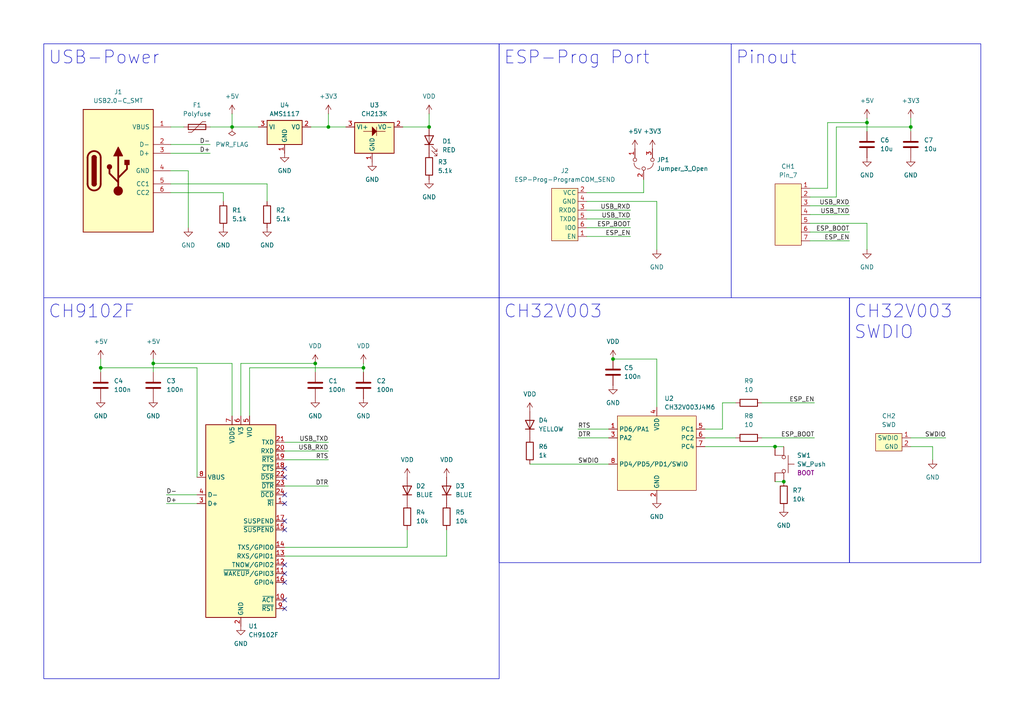
<source format=kicad_sch>
(kicad_sch (version 20231120) (generator "eeschema") (generator_version "8.0")
  (paper "A4")
  (title_block (title "ESP-Writer-CH9102F") (rev "v1.0.1") (company "Atsushi Morimoto (@74th)"))
  (lib_symbols
    (symbol "74th_Interface:ESP-Prog-ProgramCOM_SEND"
      (property "Reference" "J" (at 0 5.08 0))
      (property "Value" "ESP-Prog-ProgramCOM_SEND" (at 0 7.62 0))
      (symbol "ESP-Prog-ProgramCOM_SEND_0_1"
        (rectangle (start -3.81 3.81) (end 3.81 -11.43) (stroke (width 0.1524)) (fill (type background)))
      )
      (symbol "ESP-Prog-ProgramCOM_SEND_1_1"
        (pin input line (at 6.35 -10.16 180) (length 2.54) (name "EN") (number "1"))
        (pin power_in line (at 6.35 2.54 180) (length 2.54) (name "VCC") (number "2"))
        (pin output line (at 6.35 -2.54 180) (length 2.54) (name "RXD0") (number "3"))
        (pin power_in line (at 6.35 0 180) (length 2.54) (name "GND") (number "4"))
        (pin input line (at 6.35 -5.08 180) (length 2.54) (name "TXD0") (number "5"))
        (pin input line (at 6.35 -7.62 180) (length 2.54) (name "IO0") (number "6"))
      )
    )
    (symbol "74th_Interface:Jumper_3" (pin_names (offset 0) hide)
      (property "Reference" "JP" (at -4.445 1.905 0))
      (property "Value" "Jumper_3_Open" (at 0 4.572 0))
      (symbol "Jumper_3_0_0"
        (circle (center -1.905 0) (radius 0.508))
        (circle (center 0.635 -2.54) (radius 0.508))
        (circle (center 0.635 2.54) (radius 0.508))
      )
      (symbol "Jumper_3_0_1"
        (arc (start -2.032 -1.016) (mid -1.5082 -2.2702) (end -0.254 -2.794))
        (arc (start -0.254 2.794) (mid -1.5095 2.2715) (end -2.032 1.016))
      )
      (symbol "Jumper_3_1_1"
        (pin passive line (at 3.81 2.54 180) (length 2.54) (name "A") (number "1"))
        (pin passive line (at -5.08 0 0) (length 2.54) (name "C") (number "2"))
        (pin passive line (at 3.81 -2.54 180) (length 2.54) (name "B") (number "3"))
      )
    )
    (symbol "74th_Interface:Pin_7"
      (property "Reference" "CH1" (at 0 6.35 0))
      (property "Value" "Pin_7" (at 0 3.81 0))
      (symbol "Pin_7_0_1"
        (rectangle (start -3.81 1.27) (end 3.81 -16.51) (stroke (width 0.1524)) (fill (type background)))
      )
      (symbol "Pin_7_1_1"
        (pin power_in line (at 6.35 0 180) (length 2.54) (name "") (number "1"))
        (pin power_in line (at 6.35 -2.54 180) (length 2.54) (name "") (number "2"))
        (pin bidirectional line (at 6.35 -5.08 180) (length 2.54) (name "") (number "3"))
        (pin bidirectional line (at 6.35 -7.62 180) (length 2.54) (name "") (number "4"))
        (pin power_in line (at 6.35 -10.16 180) (length 2.54) (name "") (number "5"))
        (pin bidirectional line (at 6.35 -12.7 180) (length 2.54) (name "") (number "6"))
        (pin bidirectional line (at 6.35 -15.24 180) (length 2.54) (name "") (number "7"))
      )
    )
    (symbol "74th_Interface:SWD_WCH-1Wire" (pin_names (offset 1.016))
      (property "Reference" "CH" (at -3.81 5.08 0))
      (property "Value" "SWD" (at 3.81 5.08 0))
      (symbol "SWD_WCH-1Wire_0_1"
        (rectangle (start -3.81 3.81) (end 3.81 -1.27) (fill (type background)))
      )
      (symbol "SWD_WCH-1Wire_1_1"
        (pin bidirectional line (at 6.35 2.54 180) (length 2.54) (name "SWDIO") (number "1"))
        (pin power_in line (at 6.35 0 180) (length 2.54) (name "GND") (number "2"))
      )
    )
    (symbol "74th_Interface:SW_Push_Pin-4" (pin_numbers hide) (pin_names (offset 1.016) hide)
      (property "Reference" "SW" (at 1.27 2.54 0))
      (property "Value" "SW_Push" (at 0 -4.445 0))
      (property "Function" "Function" (at 0 -6.35 0))
      (symbol "SW_Push_Pin-4_0_1"
        (circle (center -2.032 0) (radius 0.508))
        (polyline (pts (xy -2.54 -2.54) (xy -2.54 0)))
        (polyline (pts (xy 0 1.27) (xy 0 3.048)))
        (polyline (pts (xy 2.54 -2.54) (xy 2.54 0)))
        (polyline (pts (xy 2.54 1.27) (xy -2.54 1.27)))
        (circle (center 2.032 0) (radius 0.508))
        (pin passive line (at 5.08 0 180) (length 2.54) (name "2") (number "2"))
      )
      (symbol "SW_Push_Pin-4_1_1"
        (pin passive line (at -5.08 0 0) (length 2.54) (name "1") (number "1"))
        (pin passive line (at -5.08 -2.54 0) (length 2.54) (name "3") (number "3"))
        (pin passive line (at 5.08 -2.54 180) (length 2.54) (name "4") (number "4"))
      )
    )
    (symbol "74th_Interface:USB_TypeC-2.0_Receptacle_Simple" (pin_names (offset 1.016))
      (property "Reference" "J" (at -10.16 19.05 0))
      (property "Value" "USB2.0-C_SMT" (at 15.24 19.05 0))
      (symbol "USB_TypeC-2.0_Receptacle_Simple_0_1"
        (rectangle (start -10.16 17.78) (end 10.16 -17.78) (stroke (width 0.254)) (fill (type background)))
        (arc (start -8.89 -3.81) (mid -6.985 -5.7067) (end -5.08 -3.81) (stroke (width 0.508)))
        (arc (start -7.62 -3.81) (mid -6.985 -4.4423) (end -6.35 -3.81) (stroke (width 0.254)))
        (arc (start -7.62 -3.81) (mid -6.985 -4.4423) (end -6.35 -3.81) (stroke (width 0.254)) (fill (type outline)))
        (rectangle (start -7.62 -3.81) (end -6.35 3.81) (stroke (width 0.254)) (fill (type outline)))
        (arc (start -6.35 3.81) (mid -6.985 4.4423) (end -7.62 3.81) (stroke (width 0.254)))
        (arc (start -6.35 3.81) (mid -6.985 4.4423) (end -7.62 3.81) (stroke (width 0.254)) (fill (type outline)))
        (arc (start -5.08 3.81) (mid -6.985 5.7067) (end -8.89 3.81) (stroke (width 0.508)))
        (circle (center -2.54 1.143) (radius 0.635) (stroke (width 0.254)) (fill (type outline)))
        (circle (center 0 -5.842) (radius 1.27) (fill (type outline)))
        (polyline (pts (xy -8.89 -3.81) (xy -8.89 3.81)) (stroke (width 0.508)))
        (polyline (pts (xy -5.08 3.81) (xy -5.08 -3.81)) (stroke (width 0.508)))
        (polyline (pts (xy 0 -5.842) (xy 0 4.318)) (stroke (width 0.508)))
        (polyline (pts (xy 0 -3.302) (xy -2.54 -0.762) (xy -2.54 0.508)) (stroke (width 0.508)))
        (polyline (pts (xy 0 -2.032) (xy 2.54 0.508) (xy 2.54 1.778)) (stroke (width 0.508)))
        (polyline (pts (xy -1.27 4.318) (xy 0 6.858) (xy 1.27 4.318) (xy -1.27 4.318)) (stroke (width 0.254)) (fill (type outline)))
        (rectangle (start 1.905 1.778) (end 3.175 3.048) (stroke (width 0.254)) (fill (type outline)))
      )
      (symbol "USB_TypeC-2.0_Receptacle_Simple_1_1"
        (pin power_out line (at 15.24 12.7 180) (length 5.08) (name "VBUS") (number "1"))
        (pin bidirectional line (at 15.24 7.62 180) (length 5.08) (name "D-") (number "2"))
        (pin bidirectional line (at 15.24 5.08 180) (length 5.08) (name "D+") (number "3"))
        (pin power_out line (at 15.24 0 180) (length 5.08) (name "GND") (number "4"))
        (pin input line (at 15.24 -3.81 180) (length 5.08) (name "CC1") (number "5"))
        (pin input line (at 15.24 -6.35 180) (length 5.08) (name "CC2") (number "6"))
      )
    )
    (symbol "74th_MCU:CH32V003J4M6"
      (property "Reference" "U" (at -11.43 25.4 0))
      (property "Value" "CH32V003J4M6" (at 8.89 25.4 0))
      (symbol "CH32V003J4M6_0_1"
        (rectangle (start -11.43 24.13) (end 11.43 2.54) (stroke (width 0.1524)) (fill (type background)))
      )
      (symbol "CH32V003J4M6_1_1"
        (pin bidirectional line (at -13.97 20.32 0) (length 2.54) (name "PD6/PA1") (number "1"))
        (pin power_in line (at 0 0 90) (length 2.54) (name "GND") (number "2"))
        (pin bidirectional line (at -13.97 17.78 0) (length 2.54) (name "PA2") (number "3"))
        (pin power_in line (at 0 26.67 270) (length 2.54) (name "VDD") (number "4"))
        (pin bidirectional line (at 13.97 20.32 180) (length 2.54) (name "PC1") (number "5"))
        (pin bidirectional line (at 13.97 17.78 180) (length 2.54) (name "PC2") (number "6"))
        (pin bidirectional line (at 13.97 15.24 180) (length 2.54) (name "PC4") (number "7"))
        (pin bidirectional line (at -13.97 10.16 0) (length 2.54) (name "PD4/PD5/PD1/SWIO") (number "8"))
      )
    )
    (symbol "74th_Passive:AMS1117-3.3_Regulator_SOT89"
      (property "Reference" "U" (at -3.81 3.175 0))
      (property "Value" "AMS1117" (at 0 3.175 0))
      (symbol "AMS1117-3.3_Regulator_SOT89_0_1"
        (rectangle (start -5.08 1.905) (end 5.08 -5.08) (stroke (width 0.254)) (fill (type background)))
      )
      (symbol "AMS1117-3.3_Regulator_SOT89_1_1"
        (pin power_in line (at 0 -7.62 90) (length 2.54) (name "GND") (number "1"))
        (pin power_out line (at 7.62 0 180) (length 2.54) (name "VO") (number "2"))
        (pin power_in line (at -7.62 0 0) (length 2.54) (name "VI") (number "3"))
      )
    )
    (symbol "74th_Passive:CH213K_Ideal-Diode-for-USB-Power"
      (property "Reference" "U" (at -3.81 6.35 0))
      (property "Value" "CH213K" (at 2.54 6.35 0))
      (symbol "CH213K_Ideal-Diode-for-USB-Power_0_1"
        (polyline (pts (xy -2.54 2.54) (xy 3.81 2.54)))
        (polyline (pts (xy 1.27 3.81) (xy 1.27 1.27)))
      )
      (symbol "CH213K_Ideal-Diode-for-USB-Power_1_1"
        (rectangle (start -5.08 5.08) (end 6.35 -3.81) (stroke (width 0.254)) (fill (type background)))
        (polyline (pts (xy 0 3.81) (xy 0 1.27) (xy 1.27 2.54) (xy 0 3.81)) (fill (type outline)))
        (pin power_in line (at 0 -6.35 90) (length 2.54) (name "GND") (number "1"))
        (pin power_out line (at 8.89 3.81 180) (length 2.54) (name "VO-") (number "2"))
        (pin power_in line (at -7.62 3.81 0) (length 2.54) (name "VI+") (number "3"))
      )
    )
    (symbol "Device:C" (pin_numbers hide) (pin_names (offset 0.254))
      (property "Reference" "C" (at 0.635 2.54 0))
      (property "Value" "C" (at 0.635 -2.54 0))
      (symbol "C_0_1"
        (polyline (pts (xy -2.032 -0.762) (xy 2.032 -0.762)) (stroke (width 0.508)))
        (polyline (pts (xy -2.032 0.762) (xy 2.032 0.762)) (stroke (width 0.508)))
      )
      (symbol "C_1_1"
        (pin passive line (at 0 3.81 270) (length 2.794) (name "~") (number "1"))
        (pin passive line (at 0 -3.81 90) (length 2.794) (name "~") (number "2"))
      )
    )
    (symbol "Device:D" (pin_numbers hide) (pin_names (offset 1.016) hide)
      (property "Reference" "D" (at 0 2.54 0))
      (property "Value" "D" (at 0 -2.54 0))
      (symbol "D_0_1"
        (polyline (pts (xy -1.27 1.27) (xy -1.27 -1.27)) (stroke (width 0.254)))
        (polyline (pts (xy 1.27 0) (xy -1.27 0)))
        (polyline (pts (xy 1.27 1.27) (xy 1.27 -1.27) (xy -1.27 0) (xy 1.27 1.27)) (stroke (width 0.254)))
      )
      (symbol "D_1_1"
        (pin passive line (at -3.81 0 0) (length 2.54) (name "K") (number "1"))
        (pin passive line (at 3.81 0 180) (length 2.54) (name "A") (number "2"))
      )
    )
    (symbol "Device:LED" (pin_numbers hide) (pin_names (offset 1.016) hide)
      (property "Reference" "D" (at 0 2.54 0))
      (property "Value" "LED" (at 0 -2.54 0))
      (symbol "LED_0_1"
        (polyline (pts (xy -1.27 -1.27) (xy -1.27 1.27)) (stroke (width 0.254)))
        (polyline (pts (xy -1.27 0) (xy 1.27 0)))
        (polyline (pts (xy 1.27 -1.27) (xy 1.27 1.27) (xy -1.27 0) (xy 1.27 -1.27)) (stroke (width 0.254)))
        (polyline (pts (xy -3.048 -0.762) (xy -4.572 -2.286) (xy -3.81 -2.286) (xy -4.572 -2.286) (xy -4.572 -1.524)))
        (polyline (pts (xy -1.778 -0.762) (xy -3.302 -2.286) (xy -2.54 -2.286) (xy -3.302 -2.286) (xy -3.302 -1.524)))
      )
      (symbol "LED_1_1"
        (pin passive line (at -3.81 0 0) (length 2.54) (name "K") (number "1"))
        (pin passive line (at 3.81 0 180) (length 2.54) (name "A") (number "2"))
      )
    )
    (symbol "Device:Polyfuse" (pin_numbers hide) (pin_names (offset 0))
      (property "Reference" "F" (at -2.54 0 90))
      (property "Value" "Polyfuse" (at 2.54 0 90))
      (symbol "Polyfuse_0_1"
        (rectangle (start -0.762 2.54) (end 0.762 -2.54) (stroke (width 0.254)))
        (polyline (pts (xy 0 2.54) (xy 0 -2.54)))
        (polyline (pts (xy -1.524 2.54) (xy -1.524 1.524) (xy 1.524 -1.524) (xy 1.524 -2.54)))
      )
      (symbol "Polyfuse_1_1"
        (pin passive line (at 0 3.81 270) (length 1.27) (name "~") (number "1"))
        (pin passive line (at 0 -3.81 90) (length 1.27) (name "~") (number "2"))
      )
    )
    (symbol "Device:R" (pin_numbers hide) (pin_names (offset 0))
      (property "Reference" "R" (at 2.032 0 90))
      (property "Value" "R" (at 0 0 90))
      (symbol "R_0_1"
        (rectangle (start -1.016 -2.54) (end 1.016 2.54) (stroke (width 0.254)))
      )
      (symbol "R_1_1"
        (pin passive line (at 0 3.81 270) (length 1.27) (name "~") (number "1"))
        (pin passive line (at 0 -3.81 90) (length 1.27) (name "~") (number "2"))
      )
    )
    (symbol "Interface_USB:CH9102F"
      (property "Reference" "U" (at -8.89 29.21 0))
      (property "Value" "CH9102F" (at 12.7 29.21 0))
      (symbol "CH9102F_1_1"
        (rectangle (start -10.16 27.94) (end 10.16 -27.94) (stroke (width 0.254)) (fill (type background)))
        (pin input line (at 12.7 5.08 180) (length 2.54) (name "~{RI}") (number "1"))
        (pin output line (at 12.7 -22.86 180) (length 2.54) (name "~{ACT}") (number "10"))
        (pin bidirectional line (at 12.7 -15.24 180) (length 2.54) (name "~{WAKEUP}/GPIO3") (number "11"))
        (pin bidirectional line (at 12.7 -12.7 180) (length 2.54) (name "TNOW/GPIO2") (number "12"))
        (pin bidirectional line (at 12.7 -10.16 180) (length 2.54) (name "RXS/GPIO1") (number "13"))
        (pin bidirectional line (at 12.7 -7.62 180) (length 2.54) (name "TXS/GPIO0") (number "14"))
        (pin output line (at 12.7 -2.54 180) (length 2.54) (name "~{SUSPEND}") (number "15"))
        (pin bidirectional line (at 12.7 -17.78 180) (length 2.54) (name "GPIO4") (number "16"))
        (pin output line (at 12.7 0 180) (length 2.54) (name "SUSPEND") (number "17"))
        (pin input line (at 12.7 15.24 180) (length 2.54) (name "~{CTS}") (number "18"))
        (pin output line (at 12.7 17.78 180) (length 2.54) (name "~{RTS}") (number "19"))
        (pin power_in line (at 0 -30.48 90) (length 2.54) (name "GND") (number "2"))
        (pin input line (at 12.7 20.32 180) (length 2.54) (name "RXD") (number "20"))
        (pin output line (at 12.7 22.86 180) (length 2.54) (name "TXD") (number "21"))
        (pin input line (at 12.7 12.7 180) (length 2.54) (name "~{DSR}") (number "22"))
        (pin output line (at 12.7 10.16 180) (length 2.54) (name "~{DTR}") (number "23"))
        (pin input line (at 12.7 7.62 180) (length 2.54) (name "~{DCD}") (number "24"))
        (pin passive line (at 0 -30.48 90) (length 2.54) hide (name "GND") (number "25"))
        (pin bidirectional line (at -12.7 5.08 0) (length 2.54) (name "D+") (number "3"))
        (pin bidirectional line (at -12.7 7.62 0) (length 2.54) (name "D-") (number "4"))
        (pin power_in line (at 2.54 30.48 270) (length 2.54) (name "VIO") (number "5"))
        (pin power_out line (at 0 30.48 270) (length 2.54) (name "V3") (number "6"))
        (pin power_in line (at -2.54 30.48 270) (length 2.54) (name "VDD5") (number "7"))
        (pin input line (at -12.7 12.7 0) (length 2.54) (name "VBUS") (number "8"))
        (pin input line (at 12.7 -25.4 180) (length 2.54) (name "~{RST}") (number "9"))
      )
    )
    (symbol "power:+3V3" (power) (pin_numbers hide) (pin_names (offset 0) hide)
      (property "Value" "+3V3" (at 0 3.556 0))
      (symbol "+3V3_0_1"
        (polyline (pts (xy -0.762 1.27) (xy 0 2.54)))
        (polyline (pts (xy 0 0) (xy 0 2.54)))
        (polyline (pts (xy 0 2.54) (xy 0.762 1.27)))
      )
      (symbol "+3V3_1_1"
        (pin power_in line (at 0 0 90) (length 0) (name "~") (number "1"))
      )
    )
    (symbol "power:+5V" (power) (pin_numbers hide) (pin_names (offset 0) hide)
      (property "Value" "+5V" (at 0 3.556 0))
      (symbol "+5V_0_1"
        (polyline (pts (xy -0.762 1.27) (xy 0 2.54)))
        (polyline (pts (xy 0 0) (xy 0 2.54)))
        (polyline (pts (xy 0 2.54) (xy 0.762 1.27)))
      )
      (symbol "+5V_1_1"
        (pin power_in line (at 0 0 90) (length 0) (name "~") (number "1"))
      )
    )
    (symbol "power:GND" (power) (pin_numbers hide) (pin_names (offset 0) hide)
      (property "Value" "GND" (at 0 -3.81 0))
      (symbol "GND_0_1"
        (polyline (pts (xy 0 0) (xy 0 -1.27) (xy 1.27 -1.27) (xy 0 -2.54) (xy -1.27 -1.27) (xy 0 -1.27)))
      )
      (symbol "GND_1_1"
        (pin power_in line (at 0 0 270) (length 0) (name "~") (number "1"))
      )
    )
    (symbol "power:PWR_FLAG" (power) (pin_numbers hide) (pin_names (offset 0) hide)
      (property "Value" "PWR_FLAG" (at 0 3.81 0))
      (symbol "PWR_FLAG_0_0"
        (pin power_out line (at 0 0 90) (length 0) (name "~") (number "1"))
      )
      (symbol "PWR_FLAG_0_1"
        (polyline (pts (xy 0 0) (xy 0 1.27) (xy -1.016 1.905) (xy 0 2.54) (xy 1.016 1.905) (xy 0 1.27)))
      )
    )
    (symbol "power:VDD" (power) (pin_numbers hide) (pin_names (offset 0) hide)
      (property "Value" "VDD" (at 0 3.556 0))
      (symbol "VDD_0_1"
        (polyline (pts (xy -0.762 1.27) (xy 0 2.54)))
        (polyline (pts (xy 0 0) (xy 0 2.54)))
        (polyline (pts (xy 0 2.54) (xy 0.762 1.27)))
      )
      (symbol "VDD_1_1"
        (pin power_in line (at 0 0 90) (length 0) (name "~") (number "1"))
      )
    )
  )
  (junction (at 177.8 104.14))
  (junction (at 264.16 36.83))
  (junction (at 67.31 36.83))
  (junction (at 95.25 36.83))
  (junction (at 227.33 139.7))
  (junction (at 29.21 106.68))
  (junction (at 224.79 129.54))
  (junction (at 105.41 106.68))
  (junction (at 91.44 105.41))
  (junction (at 44.45 105.41))
  (junction (at 124.46 36.83))
  (junction (at 251.46 35.56))
  (no_connect (at 82.55 151.13))
  (no_connect (at 82.55 168.91))
  (no_connect (at 82.55 166.37))
  (no_connect (at 82.55 143.51))
  (no_connect (at 82.55 146.05))
  (no_connect (at 82.55 135.89))
  (no_connect (at 82.55 173.99))
  (no_connect (at 82.55 138.43))
  (no_connect (at 82.55 176.53))
  (no_connect (at 82.55 163.83))
  (no_connect (at 82.55 153.67))
  (wire (pts (xy 82.55 140.97) (xy 95.25 140.97)))
  (wire (pts (xy 54.61 49.53) (xy 54.61 66.04)))
  (wire (pts (xy 170.18 60.96) (xy 182.88 60.96)))
  (wire (pts (xy 242.57 36.83) (xy 264.16 36.83)))
  (wire (pts (xy 95.25 33.02) (xy 95.25 36.83)))
  (wire (pts (xy 190.5 58.42) (xy 190.5 72.39)))
  (wire (pts (xy 124.46 36.83) (xy 116.84 36.83)))
  (wire (pts (xy 186.69 55.88) (xy 170.18 55.88)))
  (wire (pts (xy 118.11 153.67) (xy 118.11 158.75)))
  (wire (pts (xy 264.16 127) (xy 274.32 127)))
  (wire (pts (xy 242.57 57.15) (xy 242.57 36.83)))
  (wire (pts (xy 105.41 106.68) (xy 105.41 105.41)))
  (wire (pts (xy 234.95 59.69) (xy 246.38 59.69)))
  (wire (pts (xy 105.41 106.68) (xy 105.41 107.95)))
  (wire (pts (xy 29.21 106.68) (xy 29.21 107.95)))
  (wire (pts (xy 190.5 118.11) (xy 190.5 104.14)))
  (wire (pts (xy 234.95 69.85) (xy 246.38 69.85)))
  (wire (pts (xy 57.15 106.68) (xy 29.21 106.68)))
  (wire (pts (xy 236.22 116.84) (xy 220.98 116.84)))
  (wire (pts (xy 72.39 106.68) (xy 72.39 120.65)))
  (wire (pts (xy 49.53 41.91) (xy 60.96 41.91)))
  (wire (pts (xy 153.67 134.62) (xy 176.53 134.62)))
  (wire (pts (xy 118.11 158.75) (xy 82.55 158.75)))
  (wire (pts (xy 48.26 146.05) (xy 57.15 146.05)))
  (wire (pts (xy 67.31 36.83) (xy 67.31 33.02)))
  (wire (pts (xy 49.53 49.53) (xy 54.61 49.53)))
  (wire (pts (xy 29.21 104.14) (xy 29.21 106.68)))
  (wire (pts (xy 82.55 128.27) (xy 95.25 128.27)))
  (wire (pts (xy 170.18 68.58) (xy 182.88 68.58)))
  (wire (pts (xy 124.46 33.02) (xy 124.46 36.83)))
  (wire (pts (xy 60.96 36.83) (xy 67.31 36.83)))
  (wire (pts (xy 204.47 129.54) (xy 224.79 129.54)))
  (wire (pts (xy 167.64 124.46) (xy 176.53 124.46)))
  (wire (pts (xy 224.79 139.7) (xy 227.33 139.7)))
  (wire (pts (xy 270.51 129.54) (xy 264.16 129.54)))
  (wire (pts (xy 69.85 105.41) (xy 91.44 105.41)))
  (wire (pts (xy 67.31 36.83) (xy 74.93 36.83)))
  (wire (pts (xy 44.45 104.14) (xy 44.45 105.41)))
  (wire (pts (xy 240.03 54.61) (xy 240.03 35.56)))
  (wire (pts (xy 209.55 116.84) (xy 209.55 124.46)))
  (wire (pts (xy 49.53 55.88) (xy 64.77 55.88)))
  (wire (pts (xy 82.55 133.35) (xy 95.25 133.35)))
  (wire (pts (xy 224.79 129.54) (xy 227.33 129.54)))
  (wire (pts (xy 234.95 54.61) (xy 240.03 54.61)))
  (wire (pts (xy 234.95 67.31) (xy 246.38 67.31)))
  (wire (pts (xy 44.45 105.41) (xy 44.45 107.95)))
  (wire (pts (xy 251.46 34.29) (xy 251.46 35.56)))
  (wire (pts (xy 57.15 138.43) (xy 57.15 106.68)))
  (wire (pts (xy 170.18 66.04) (xy 182.88 66.04)))
  (wire (pts (xy 220.98 127) (xy 236.22 127)))
  (wire (pts (xy 100.33 36.83) (xy 95.25 36.83)))
  (wire (pts (xy 95.25 36.83) (xy 90.17 36.83)))
  (wire (pts (xy 77.47 53.34) (xy 77.47 58.42)))
  (wire (pts (xy 270.51 133.35) (xy 270.51 129.54)))
  (wire (pts (xy 72.39 106.68) (xy 105.41 106.68)))
  (wire (pts (xy 264.16 36.83) (xy 264.16 38.1)))
  (wire (pts (xy 49.53 44.45) (xy 60.96 44.45)))
  (wire (pts (xy 204.47 127) (xy 213.36 127)))
  (wire (pts (xy 91.44 105.41) (xy 91.44 107.95)))
  (wire (pts (xy 234.95 64.77) (xy 251.46 64.77)))
  (wire (pts (xy 170.18 63.5) (xy 182.88 63.5)))
  (wire (pts (xy 213.36 116.84) (xy 209.55 116.84)))
  (wire (pts (xy 64.77 55.88) (xy 64.77 58.42)))
  (wire (pts (xy 129.54 161.29) (xy 129.54 153.67)))
  (wire (pts (xy 67.31 120.65) (xy 67.31 105.41)))
  (wire (pts (xy 170.18 58.42) (xy 190.5 58.42)))
  (wire (pts (xy 234.95 62.23) (xy 246.38 62.23)))
  (wire (pts (xy 240.03 35.56) (xy 251.46 35.56)))
  (wire (pts (xy 234.95 57.15) (xy 242.57 57.15)))
  (wire (pts (xy 48.26 143.51) (xy 57.15 143.51)))
  (wire (pts (xy 264.16 34.29) (xy 264.16 36.83)))
  (wire (pts (xy 69.85 120.65) (xy 69.85 105.41)))
  (wire (pts (xy 49.53 36.83) (xy 53.34 36.83)))
  (wire (pts (xy 209.55 124.46) (xy 204.47 124.46)))
  (wire (pts (xy 167.64 127) (xy 176.53 127)))
  (wire (pts (xy 251.46 35.56) (xy 251.46 38.1)))
  (wire (pts (xy 82.55 130.81) (xy 95.25 130.81)))
  (wire (pts (xy 251.46 64.77) (xy 251.46 72.39)))
  (wire (pts (xy 67.31 105.41) (xy 44.45 105.41)))
  (wire (pts (xy 49.53 53.34) (xy 77.47 53.34)))
  (wire (pts (xy 190.5 104.14) (xy 177.8 104.14)))
  (wire (pts (xy 82.55 161.29) (xy 129.54 161.29)))
  (wire (pts (xy 186.69 52.07) (xy 186.69 55.88)))
  (rectangle (start 212.09 12.7) (end 284.48 86.36))
  (rectangle (start 12.7 12.7) (end 144.78 86.36))
  (rectangle (start 144.78 86.36) (end 246.38 163.195))
  (rectangle (start 246.38 86.36) (end 284.48 163.195))
  (rectangle (start 12.7 86.36) (end 144.78 196.85))
  (rectangle (start 144.78 12.7) (end 212.09 86.36))
  (text "USB-Power" (at 13.97 14.605 0) (effects (font (size 3.72 3.72)) (justify left top)))
  (text "ESP-Prog Port" (at 146.05 14.605 0) (effects (font (size 3.72 3.72)) (justify left top)))
  (text "CH32V003" (at 146.05 88.265 0) (effects (font (size 3.72 3.72)) (justify left top)))
  (text "CH9102F" (at 13.97 88.265 0) (effects (font (size 3.72 3.72)) (justify left top)))
  (text "Pinout" (at 213.36 14.605 0) (effects (font (size 3.72 3.72)) (justify left top)))
  (text "CH32V003\nSWDIO" (at 247.65 88.265 0) (effects (font (size 3.72 3.72)) (justify left top)))
  (label "ESP_BOOT" (at 182.88 66.04 180))
  (label "USB_RXD" (at 182.88 60.96 180))
  (label "SWDIO" (at 167.64 134.62 0))
  (label "USB_TXD" (at 182.88 63.5 180))
  (label "USB_RXD" (at 95.25 130.81 180))
  (label "USB_RXD" (at 246.38 59.69 180))
  (label "RTS" (at 95.25 133.35 180))
  (label "ESP_EN" (at 246.38 69.85 180))
  (label "USB_TXD" (at 95.25 128.27 180))
  (label "ESP_BOOT" (at 236.22 127 180))
  (label "D+" (at 60.96 44.45 180))
  (label "D-" (at 60.96 41.91 180))
  (label "DTR" (at 167.64 127 0))
  (label "ESP_EN" (at 236.22 116.84 180))
  (label "SWDIO" (at 274.32 127 180))
  (label "DTR" (at 95.25 140.97 180))
  (label "USB_TXD" (at 246.38 62.23 180))
  (label "D-" (at 48.26 143.51 0))
  (label "ESP_BOOT" (at 246.38 67.31 180))
  (label "RTS" (at 167.64 124.46 0))
  (label "ESP_EN" (at 182.88 68.58 180))
  (label "D+" (at 48.26 146.05 0))
  (symbol (lib_id "power:+5V") (at 67.31 33.02 0) (unit 1)
    (property "Reference" "#PWR01" (effects (hide yes)))
    (property "Value" "+5V" (at 67.31 27.94 0))
    (property "Description" "Power symbol creates a global label with name \"+5V\"" (effects (hide yes)))
  )
  (symbol (lib_id "Device:Polyfuse") (at 57.15 36.83 90) (unit 1)
    (property "Reference" "F1" (at 57.15 30.48 90))
    (property "Value" "Polyfuse" (at 57.15 33.02 90))
    (property "Footprint" "74th:Package_Fuse_1812_4532m" (effects (hide yes)))
    (property "Description" "Resettable fuse, polymeric positive temperature coefficient" (effects (hide yes)))
  )
  (symbol (lib_id "Device:C") (at 177.8 107.95 0) (unit 1)
    (property "Reference" "C5" (at 180.975 106.68 0) (effects (justify left)))
    (property "Value" "100n" (at 180.975 109.22 0) (effects (justify left)))
    (property "Footprint" "74th:Capacitor_0603_1608" (effects (hide yes)))
    (property "Description" "Unpolarized capacitor" (effects (hide yes)))
  )
  (symbol (lib_id "power:GND") (at 177.8 111.76 0) (unit 1)
    (property "Reference" "#PWR023" (effects (hide yes)))
    (property "Value" "GND" (at 177.8 116.84 0))
    (property "Description" "Power symbol creates a global label with name \"GND\" , ground" (effects (hide yes)))
  )
  (symbol (lib_id "power:GND") (at 190.5 144.78 0) (unit 1)
    (property "Reference" "#PWR024" (effects (hide yes)))
    (property "Value" "GND" (at 190.5 149.86 0))
    (property "Description" "Power symbol creates a global label with name \"GND\" , ground" (effects (hide yes)))
  )
  (symbol (lib_id "power:GND") (at 270.51 133.35 0) (unit 1)
    (property "Reference" "#PWR07" (effects (hide yes)))
    (property "Value" "GND" (at 270.51 138.43 0))
    (property "Description" "Power symbol creates a global label with name \"GND\" , ground" (effects (hide yes)))
  )
  (symbol (lib_id "power:+3V3") (at 95.25 33.02 0) (unit 1)
    (property "Reference" "#PWR017" (effects (hide yes)))
    (property "Value" "+3V3" (at 95.25 27.94 0))
    (property "Description" "Power symbol creates a global label with name \"+3V3\"" (effects (hide yes)))
  )
  (symbol (lib_id "Device:D") (at 118.11 142.24 90) (unit 1)
    (property "Reference" "D2" (at 120.65 140.9699 90) (effects (justify right)))
    (property "Value" "BLUE" (at 120.65 143.5099 90) (effects (justify right)))
    (property "Footprint" "74th:LED_0805_2012" (effects (hide yes)))
    (property "Description" "Diode" (effects (hide yes)))
    (property "Sim.Device" "D" (effects (hide yes)))
    (property "Sim.Pins" "1=K 2=A" (effects (hide yes)))
  )
  (symbol (lib_id "power:GND") (at 91.44 115.57 0) (unit 1)
    (property "Reference" "#PWR08" (effects (hide yes)))
    (property "Value" "GND" (at 91.44 120.65 0))
    (property "Description" "Power symbol creates a global label with name \"GND\" , ground" (effects (hide yes)))
  )
  (symbol (lib_id "power:PWR_FLAG") (at 67.31 36.83 180) (unit 1)
    (property "Reference" "#FLG01" (effects (hide yes)))
    (property "Value" "PWR_FLAG" (at 67.31 41.91 0))
    (property "Description" "Special symbol for telling ERC where power comes from" (effects (hide yes)))
  )
  (symbol (lib_id "74th_Passive:AMS1117-3.3_Regulator_SOT89") (at 82.55 36.83 0) (unit 1)
    (property "Reference" "U4" (at 82.55 30.48 0))
    (property "Value" "AMS1117" (at 82.55 33.02 0))
    (property "Footprint" "74th:Package_SOT-89-3" (effects (hide yes)))
    (property "Description" "1A Low Dropout regulator, positive, adjustable output, SOT-223" (effects (hide yes)))
  )
  (symbol (lib_id "power:GND") (at 124.46 52.07 0) (unit 1)
    (property "Reference" "#PWR05" (effects (hide yes)))
    (property "Value" "GND" (at 124.46 57.15 0))
    (property "Description" "Power symbol creates a global label with name \"GND\" , ground" (effects (hide yes)))
  )
  (symbol (lib_id "Device:R") (at 217.17 127 90) (unit 1)
    (property "Reference" "R8" (at 217.17 120.65 90))
    (property "Value" "10" (at 217.17 123.19 90))
    (property "Footprint" "74th:Register_0603_1608" (effects (hide yes)))
    (property "Description" "Resistor" (effects (hide yes)))
  )
  (symbol (lib_id "Device:R") (at 153.67 130.81 0) (unit 1)
    (property "Reference" "R6" (at 156.21 129.5399 0) (effects (justify left)))
    (property "Value" "1k" (at 156.21 132.0799 0) (effects (justify left)))
    (property "Footprint" "74th:Register_0603_1608" (effects (hide yes)))
    (property "Description" "Resistor" (effects (hide yes)))
  )
  (symbol (lib_id "Device:R") (at 124.46 48.26 0) (unit 1)
    (property "Reference" "R3" (at 127 46.9899 0) (effects (justify left)))
    (property "Value" "5.1k" (at 127 49.5299 0) (effects (justify left)))
    (property "Footprint" "74th:Register_0603_1608" (effects (hide yes)))
    (property "Description" "Resistor" (effects (hide yes)))
  )
  (symbol (lib_id "power:VDD") (at 118.11 138.43 0) (unit 1)
    (property "Reference" "#PWR018" (effects (hide yes)))
    (property "Value" "VDD" (at 118.11 133.35 0))
    (property "Description" "Power symbol creates a global label with name \"VDD\"" (effects (hide yes)))
  )
  (symbol (lib_id "power:GND") (at 64.77 66.04 0) (unit 1)
    (property "Reference" "#PWR03" (effects (hide yes)))
    (property "Value" "GND" (at 64.77 71.12 0))
    (property "Description" "Power symbol creates a global label with name \"GND\" , ground" (effects (hide yes)))
  )
  (symbol (lib_id "power:+5V") (at 29.21 104.14 0) (unit 1)
    (property "Reference" "#PWR016" (effects (hide yes)))
    (property "Value" "+5V" (at 29.21 99.06 0))
    (property "Description" "Power symbol creates a global label with name \"+5V\"" (effects (hide yes)))
  )
  (symbol (lib_id "74th_Interface:ESP-Prog-ProgramCOM_SEND") (at 163.83 58.42 0) (unit 1)
    (property "Reference" "J2" (at 163.83 49.53 0))
    (property "Value" "ESP-Prog-ProgramCOM_SEND" (at 163.83 52.07 0))
    (property "Footprint" "74th:Connector_BoxPinHeader_2x03_P1.27mm" (effects (hide yes)))
  )
  (symbol (lib_id "power:GND") (at 251.46 45.72 0) (unit 1)
    (property "Reference" "#PWR029" (effects (hide yes)))
    (property "Value" "GND" (at 251.46 50.8 0))
    (property "Description" "Power symbol creates a global label with name \"GND\" , ground" (effects (hide yes)))
  )
  (symbol (lib_id "Device:R") (at 118.11 149.86 0) (unit 1)
    (property "Reference" "R4" (at 120.65 148.5899 0) (effects (justify left)))
    (property "Value" "10k" (at 120.65 151.1299 0) (effects (justify left)))
    (property "Footprint" "74th:Register_0603_1608" (effects (hide yes)))
    (property "Description" "Resistor" (effects (hide yes)))
  )
  (symbol (lib_id "Device:R") (at 129.54 149.86 0) (unit 1)
    (property "Reference" "R5" (at 132.08 148.5899 0) (effects (justify left)))
    (property "Value" "10k" (at 132.08 151.1299 0) (effects (justify left)))
    (property "Footprint" "74th:Register_0603_1608" (effects (hide yes)))
    (property "Description" "Resistor" (effects (hide yes)))
  )
  (symbol (lib_id "Device:R") (at 77.47 62.23 0) (unit 1)
    (property "Reference" "R2" (at 80.01 60.9599 0) (effects (justify left)))
    (property "Value" "5.1k" (at 80.01 63.4999 0) (effects (justify left)))
    (property "Footprint" "74th:Register_0603_1608" (effects (hide yes)))
    (property "Description" "Resistor" (effects (hide yes)))
  )
  (symbol (lib_id "power:VDD") (at 124.46 33.02 0) (unit 1)
    (property "Reference" "#PWR06" (effects (hide yes)))
    (property "Value" "VDD" (at 124.46 27.94 0))
    (property "Description" "Power symbol creates a global label with name \"VDD\"" (effects (hide yes)))
  )
  (symbol (lib_id "power:GND") (at 251.46 72.39 0) (unit 1)
    (property "Reference" "#PWR031" (effects (hide yes)))
    (property "Value" "GND" (at 251.46 77.47 0))
    (property "Description" "Power symbol creates a global label with name \"GND\" , ground" (effects (hide yes)))
  )
  (symbol (lib_id "power:GND") (at 227.33 147.32 0) (unit 1)
    (property "Reference" "#PWR032" (effects (hide yes)))
    (property "Value" "GND" (at 227.33 152.4 0))
    (property "Description" "Power symbol creates a global label with name \"GND\" , ground" (effects (hide yes)))
  )
  (symbol (lib_id "74th_Interface:Pin_7") (at 228.6 54.61 0) (unit 1)
    (property "Reference" "CH1" (at 228.6 48.26 0))
    (property "Value" "Pin_7" (at 228.6 50.8 0))
    (property "Footprint" "74th:PinOut_Pin_7" (effects (hide yes)))
  )
  (symbol (lib_id "74th_Interface:SWD_WCH-1Wire") (at 257.81 129.54 0) (unit 1)
    (property "Reference" "CH2" (at 257.81 120.65 0))
    (property "Value" "SWD" (at 257.81 123.19 0))
    (property "Footprint" "74th:PinOut_Pin_2" (effects (hide yes)))
  )
  (symbol (lib_id "power:VDD") (at 91.44 105.41 0) (unit 1)
    (property "Reference" "#PWR015" (effects (hide yes)))
    (property "Value" "VDD" (at 91.44 100.33 0))
    (property "Description" "Power symbol creates a global label with name \"VDD\"" (effects (hide yes)))
  )
  (symbol (lib_id "power:GND") (at 264.16 45.72 0) (unit 1)
    (property "Reference" "#PWR030" (effects (hide yes)))
    (property "Value" "GND" (at 264.16 50.8 0))
    (property "Description" "Power symbol creates a global label with name \"GND\" , ground" (effects (hide yes)))
  )
  (symbol (lib_id "power:+5V") (at 184.15 43.18 0) (unit 1)
    (property "Reference" "#PWR034" (effects (hide yes)))
    (property "Value" "+5V" (at 184.15 38.1 0))
    (property "Description" "Power symbol creates a global label with name \"+5V\"" (effects (hide yes)))
  )
  (symbol (lib_id "power:VDD") (at 129.54 138.43 0) (unit 1)
    (property "Reference" "#PWR019" (effects (hide yes)))
    (property "Value" "VDD" (at 129.54 133.35 0))
    (property "Description" "Power symbol creates a global label with name \"VDD\"" (effects (hide yes)))
  )
  (symbol (lib_id "power:GND") (at 190.5 72.39 0) (unit 1)
    (property "Reference" "#PWR026" (effects (hide yes)))
    (property "Value" "GND" (at 190.5 77.47 0))
    (property "Description" "Power symbol creates a global label with name \"GND\" , ground" (effects (hide yes)))
  )
  (symbol (lib_id "power:+5V") (at 44.45 104.14 0) (unit 1)
    (property "Reference" "#PWR010" (effects (hide yes)))
    (property "Value" "+5V" (at 44.45 99.06 0))
    (property "Description" "Power symbol creates a global label with name \"+5V\"" (effects (hide yes)))
  )
  (symbol (lib_id "power:+5V") (at 251.46 34.29 0) (unit 1)
    (property "Reference" "#PWR027" (effects (hide yes)))
    (property "Value" "+5V" (at 251.46 29.21 0))
    (property "Description" "Power symbol creates a global label with name \"+5V\"" (effects (hide yes)))
  )
  (symbol (lib_id "Device:C") (at 105.41 111.76 0) (unit 1)
    (property "Reference" "C2" (at 109.22 110.49 0) (effects (justify left)))
    (property "Value" "100n" (at 109.22 113.03 0) (effects (justify left)))
    (property "Footprint" "74th:Capacitor_0603_1608" (effects (hide yes)))
    (property "Description" "Unpolarized capacitor" (effects (hide yes)))
  )
  (symbol (lib_id "Device:C") (at 91.44 111.76 0) (unit 1)
    (property "Reference" "C1" (at 95.25 110.49 0) (effects (justify left)))
    (property "Value" "100n" (at 95.25 113.03 0) (effects (justify left)))
    (property "Footprint" "74th:Capacitor_0603_1608" (effects (hide yes)))
    (property "Description" "Unpolarized capacitor" (effects (hide yes)))
  )
  (symbol (lib_id "74th_MCU:CH32V003J4M6") (at 190.5 144.78 0) (unit 1)
    (property "Reference" "U2" (at 192.6941 115.57 0) (effects (justify left)))
    (property "Value" "CH32V003J4M6" (at 192.6941 118.11 0) (effects (justify left)))
    (property "Footprint" "74th:Package_SOIC-8_3.9x4.9mm_P1.27mm" (effects (hide yes)))
  )
  (symbol (lib_id "Device:R") (at 217.17 116.84 90) (unit 1)
    (property "Reference" "R9" (at 217.17 110.49 90))
    (property "Value" "10" (at 217.17 113.03 90))
    (property "Footprint" "74th:Register_0603_1608" (effects (hide yes)))
    (property "Description" "Resistor" (effects (hide yes)))
  )
  (symbol (lib_id "Device:C") (at 44.45 111.76 0) (unit 1)
    (property "Reference" "C3" (at 48.26 110.4899 0) (effects (justify left)))
    (property "Value" "100n" (at 48.26 113.0299 0) (effects (justify left)))
    (property "Footprint" "74th:Capacitor_0603_1608" (effects (hide yes)))
    (property "Description" "Unpolarized capacitor" (effects (hide yes)))
  )
  (symbol (lib_id "power:VDD") (at 153.67 119.38 0) (unit 1)
    (property "Reference" "#PWR021" (effects (hide yes)))
    (property "Value" "VDD" (at 153.67 114.3 0))
    (property "Description" "Power symbol creates a global label with name \"VDD\"" (effects (hide yes)))
  )
  (symbol (lib_id "Interface_USB:CH9102F") (at 69.85 151.13 0) (unit 1)
    (property "Reference" "U1" (at 72.0441 181.61 0) (effects (justify left)))
    (property "Value" "CH9102F" (at 72.0441 184.15 0) (effects (justify left)))
    (property "Footprint" "74th:Package_QFN-24-1EP_4x4mm_P0.5mm_EP2.6x2.6mm_hand" (effects (hide yes)))
    (property "Datasheet" "http://www.wch-ic.com/downloads/CH9102DS1_PDF.html" (effects (hide yes)))
    (property "Description" "WCH-IC, Single-Chip USB-to-UART Bridge, USB 2.0 Full-Speed, 4Mbps UART, QFN-24" (effects (hide yes)))
  )
  (symbol (lib_id "power:+3V3") (at 189.23 43.18 0) (unit 1)
    (property "Reference" "#PWR035" (effects (hide yes)))
    (property "Value" "+3V3" (at 189.23 38.1 0))
    (property "Description" "Power symbol creates a global label with name \"+3V3\"" (effects (hide yes)))
  )
  (symbol (lib_id "74th_Interface:Jumper_3") (at 186.69 46.99 90) (unit 1)
    (property "Reference" "JP1" (at 190.5 46.3549 90) (effects (justify right)))
    (property "Value" "Jumper_3_Open" (at 190.5 48.8949 90) (effects (justify right)))
    (property "Footprint" "74th:SolderJumper-3" (effects (hide yes)))
    (property "Description" "Jumper, 3-pole, both open" (effects (hide yes)))
  )
  (symbol (lib_id "power:GND") (at 44.45 115.57 0) (unit 1)
    (property "Reference" "#PWR011" (effects (hide yes)))
    (property "Value" "GND" (at 44.45 120.65 0))
    (property "Description" "Power symbol creates a global label with name \"GND\" , ground" (effects (hide yes)))
  )
  (symbol (lib_id "Device:C") (at 251.46 41.91 0) (unit 1)
    (property "Reference" "C6" (at 255.27 40.6399 0) (effects (justify left)))
    (property "Value" "10u" (at 255.27 43.1799 0) (effects (justify left)))
    (property "Footprint" "74th:Capacitor_0603_1608" (effects (hide yes)))
    (property "Description" "Unpolarized capacitor" (effects (hide yes)))
  )
  (symbol (lib_id "Device:LED") (at 124.46 40.64 90) (unit 1)
    (property "Reference" "D1" (at 128.27 40.9574 90) (effects (justify right)))
    (property "Value" "RED" (at 128.27 43.4974 90) (effects (justify right)))
    (property "Footprint" "74th:LED_0805_2012" (effects (hide yes)))
    (property "Description" "Light emitting diode" (effects (hide yes)))
  )
  (symbol (lib_id "Device:R") (at 227.33 143.51 0) (unit 1)
    (property "Reference" "R7" (at 229.87 142.2399 0) (effects (justify left)))
    (property "Value" "10k" (at 229.87 144.7799 0) (effects (justify left)))
    (property "Footprint" "74th:Register_0603_1608" (effects (hide yes)))
    (property "Description" "Resistor" (effects (hide yes)))
  )
  (symbol (lib_id "power:GND") (at 82.55 44.45 0) (unit 1)
    (property "Reference" "#PWR013" (effects (hide yes)))
    (property "Value" "GND" (at 82.55 49.53 0))
    (property "Description" "Power symbol creates a global label with name \"GND\" , ground" (effects (hide yes)))
  )
  (symbol (lib_id "Device:R") (at 64.77 62.23 0) (unit 1)
    (property "Reference" "R1" (at 67.31 60.9599 0) (effects (justify left)))
    (property "Value" "5.1k" (at 67.31 63.4999 0) (effects (justify left)))
    (property "Footprint" "74th:Register_0603_1608" (effects (hide yes)))
    (property "Description" "Resistor" (effects (hide yes)))
  )
  (symbol (lib_id "power:GND") (at 54.61 66.04 0) (unit 1)
    (property "Reference" "#PWR02" (effects (hide yes)))
    (property "Value" "GND" (at 54.61 71.12 0))
    (property "Description" "Power symbol creates a global label with name \"GND\" , ground" (effects (hide yes)))
  )
  (symbol (lib_id "power:GND") (at 29.21 115.57 0) (unit 1)
    (property "Reference" "#PWR014" (effects (hide yes)))
    (property "Value" "GND" (at 29.21 120.65 0))
    (property "Description" "Power symbol creates a global label with name \"GND\" , ground" (effects (hide yes)))
  )
  (symbol (lib_id "Device:D") (at 153.67 123.19 90) (unit 1)
    (property "Reference" "D4" (at 156.21 121.9199 90) (effects (justify right)))
    (property "Value" "YELLOW" (at 156.21 124.4599 90) (effects (justify right)))
    (property "Footprint" "74th:LED_0805_2012" (effects (hide yes)))
    (property "Description" "Diode" (effects (hide yes)))
    (property "Sim.Device" "D" (effects (hide yes)))
    (property "Sim.Pins" "1=K 2=A" (effects (hide yes)))
  )
  (symbol (lib_id "power:+3V3") (at 264.16 34.29 0) (unit 1)
    (property "Reference" "#PWR028" (effects (hide yes)))
    (property "Value" "+3V3" (at 264.16 29.21 0))
    (property "Description" "Power symbol creates a global label with name \"+3V3\"" (effects (hide yes)))
  )
  (symbol (lib_id "power:VDD") (at 177.8 104.14 0) (unit 1)
    (property "Reference" "#PWR022" (effects (hide yes)))
    (property "Value" "VDD" (at 177.8 99.06 0))
    (property "Description" "Power symbol creates a global label with name \"VDD\"" (effects (hide yes)))
  )
  (symbol (lib_id "Device:D") (at 129.54 142.24 90) (unit 1)
    (property "Reference" "D3" (at 132.08 140.9699 90) (effects (justify right)))
    (property "Value" "BLUE" (at 132.08 143.5099 90) (effects (justify right)))
    (property "Footprint" "74th:LED_0805_2012" (effects (hide yes)))
    (property "Description" "Diode" (effects (hide yes)))
    (property "Sim.Device" "D" (effects (hide yes)))
    (property "Sim.Pins" "1=K 2=A" (effects (hide yes)))
  )
  (symbol (lib_id "power:GND") (at 105.41 115.57 0) (unit 1)
    (property "Reference" "#PWR09" (effects (hide yes)))
    (property "Value" "GND" (at 105.41 120.65 0))
    (property "Description" "Power symbol creates a global label with name \"GND\" , ground" (effects (hide yes)))
  )
  (symbol (lib_id "74th_Interface:USB_TypeC-2.0_Receptacle_Simple") (at 34.29 49.53 0) (unit 1)
    (property "Reference" "J1" (at 34.29 26.67 0))
    (property "Value" "USB2.0-C_SMT" (at 34.29 29.21 0))
    (property "Footprint" "74th:Connector_USB-C-Receptacle_SMT_12-Pin_Simple" (effects (hide yes)))
    (property "Datasheet" "https://www.usb.org/sites/default/files/documents/usb_type-c.zip" (effects (hide yes)))
    (property "Description" "USB 2.0-only Type-C Plug connector" (effects (hide yes)))
  )
  (symbol (lib_id "power:GND") (at 107.95 46.99 0) (unit 1)
    (property "Reference" "#PWR012" (effects (hide yes)))
    (property "Value" "GND" (at 107.95 52.07 0))
    (property "Description" "Power symbol creates a global label with name \"GND\" , ground" (effects (hide yes)))
  )
  (symbol (lib_id "Device:C") (at 264.16 41.91 0) (unit 1)
    (property "Reference" "C7" (at 267.97 40.6399 0) (effects (justify left)))
    (property "Value" "10u" (at 267.97 43.1799 0) (effects (justify left)))
    (property "Footprint" "74th:Capacitor_0603_1608" (effects (hide yes)))
    (property "Description" "Unpolarized capacitor" (effects (hide yes)))
  )
  (symbol (lib_id "power:VDD") (at 105.41 105.41 0) (unit 1)
    (property "Reference" "#PWR033" (effects (hide yes)))
    (property "Value" "VDD" (at 105.41 100.33 0))
    (property "Description" "Power symbol creates a global label with name \"VDD\"" (effects (hide yes)))
  )
  (symbol (lib_id "74th_Interface:SW_Push_Pin-4") (at 227.33 134.62 270) (unit 1)
    (property "Reference" "SW1" (at 231.14 132.0799 90) (effects (justify left)))
    (property "Value" "SW_Push" (at 231.14 134.6199 90) (effects (justify left)))
    (property "Footprint" "74th:Switch_SKRPABE010_Pin-4" (effects (hide yes)))
    (property "Description" "import from kicad" (effects (hide yes)))
    (property "Function" "BOOT" (at 231.14 137.1599 90) (effects (justify left)))
  )
  (symbol (lib_id "power:GND") (at 69.85 181.61 0) (unit 1)
    (property "Reference" "#PWR020" (effects (hide yes)))
    (property "Value" "GND" (at 69.85 186.69 0))
    (property "Description" "Power symbol creates a global label with name \"GND\" , ground" (effects (hide yes)))
  )
  (symbol (lib_id "74th_Passive:CH213K_Ideal-Diode-for-USB-Power") (at 107.95 40.64 0) (unit 1)
    (property "Reference" "U3" (at 108.585 30.48 0))
    (property "Value" "CH213K" (at 108.585 33.02 0))
    (property "Footprint" "74th:Package_SOT-23" (effects (hide yes)))
  )
  (symbol (lib_id "Device:C") (at 29.21 111.76 0) (unit 1)
    (property "Reference" "C4" (at 33.02 110.4899 0) (effects (justify left)))
    (property "Value" "100n" (at 33.02 113.0299 0) (effects (justify left)))
    (property "Footprint" "74th:Capacitor_0603_1608" (effects (hide yes)))
    (property "Description" "Unpolarized capacitor" (effects (hide yes)))
  )
  (symbol (lib_id "power:GND") (at 77.47 66.04 0) (unit 1)
    (property "Reference" "#PWR04" (effects (hide yes)))
    (property "Value" "GND" (at 77.47 71.12 0))
    (property "Description" "Power symbol creates a global label with name \"GND\" , ground" (effects (hide yes)))
  )
)
</source>
